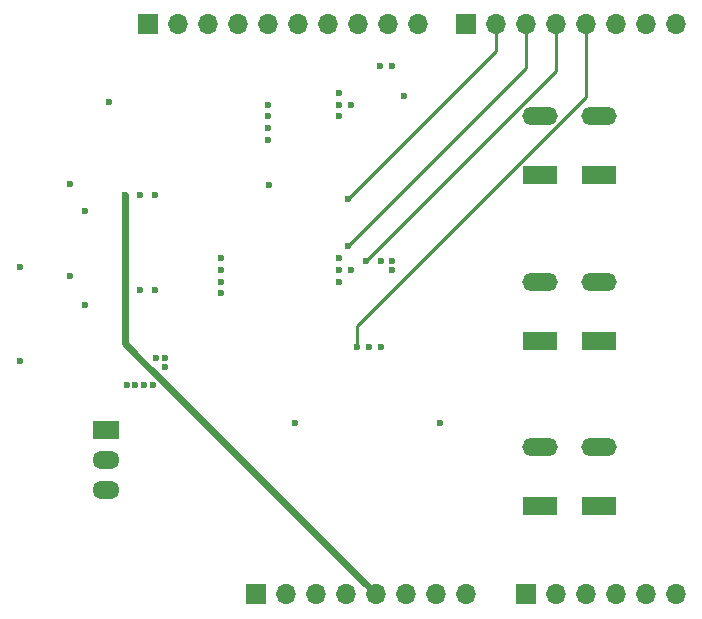
<source format=gbr>
G04 #@! TF.GenerationSoftware,KiCad,Pcbnew,8.0.8+1*
G04 #@! TF.CreationDate,2025-03-25T20:28:42+00:00*
G04 #@! TF.ProjectId,dc_shield,64635f73-6869-4656-9c64-2e6b69636164,rev?*
G04 #@! TF.SameCoordinates,Original*
G04 #@! TF.FileFunction,Copper,L3,Inr*
G04 #@! TF.FilePolarity,Positive*
%FSLAX46Y46*%
G04 Gerber Fmt 4.6, Leading zero omitted, Abs format (unit mm)*
G04 Created by KiCad (PCBNEW 8.0.8+1) date 2025-03-25 20:28:42*
%MOMM*%
%LPD*%
G01*
G04 APERTURE LIST*
G04 #@! TA.AperFunction,ComponentPad*
%ADD10R,1.700000X1.700000*%
G04 #@! TD*
G04 #@! TA.AperFunction,ComponentPad*
%ADD11O,1.700000X1.700000*%
G04 #@! TD*
G04 #@! TA.AperFunction,ComponentPad*
%ADD12R,3.000000X1.500000*%
G04 #@! TD*
G04 #@! TA.AperFunction,ComponentPad*
%ADD13O,3.000000X1.500000*%
G04 #@! TD*
G04 #@! TA.AperFunction,ComponentPad*
%ADD14R,2.300000X1.500000*%
G04 #@! TD*
G04 #@! TA.AperFunction,ComponentPad*
%ADD15O,2.300000X1.500000*%
G04 #@! TD*
G04 #@! TA.AperFunction,ViaPad*
%ADD16C,0.600000*%
G04 #@! TD*
G04 #@! TA.AperFunction,Conductor*
%ADD17C,0.600000*%
G04 #@! TD*
G04 #@! TA.AperFunction,Conductor*
%ADD18C,0.250000*%
G04 #@! TD*
G04 APERTURE END LIST*
D10*
X127940000Y-97460000D03*
D11*
X130480000Y-97460000D03*
X133020000Y-97460000D03*
X135560000Y-97460000D03*
X138100000Y-97460000D03*
X140640000Y-97460000D03*
X143180000Y-97460000D03*
X145720000Y-97460000D03*
D10*
X150800000Y-97460000D03*
D11*
X153340000Y-97460000D03*
X155880000Y-97460000D03*
X158420000Y-97460000D03*
X160960000Y-97460000D03*
X163500000Y-97460000D03*
D10*
X118796000Y-49200000D03*
D11*
X121336000Y-49200000D03*
X123876000Y-49200000D03*
X126416000Y-49200000D03*
X128956000Y-49200000D03*
X131496000Y-49200000D03*
X134036000Y-49200000D03*
X136576000Y-49200000D03*
X139116000Y-49200000D03*
X141656000Y-49200000D03*
D10*
X145720000Y-49200000D03*
D11*
X148260000Y-49200000D03*
X150800000Y-49200000D03*
X153340000Y-49200000D03*
X155880000Y-49200000D03*
X158420000Y-49200000D03*
X160960000Y-49200000D03*
X163500000Y-49200000D03*
D12*
X152000000Y-62000000D03*
X157000000Y-62000000D03*
D13*
X152000000Y-57000000D03*
X157000000Y-57000000D03*
D12*
X152000000Y-90000000D03*
X157000000Y-90000000D03*
D13*
X152000000Y-85000000D03*
X157000000Y-85000000D03*
D12*
X152000000Y-76000000D03*
X157000000Y-76000000D03*
D13*
X152000000Y-71000000D03*
X157000000Y-71000000D03*
D14*
X115292500Y-83553000D03*
D15*
X115292500Y-86093000D03*
X115292500Y-88633000D03*
D16*
X117750000Y-79750000D03*
X135000000Y-71000000D03*
X125000000Y-70000000D03*
X135000000Y-57000000D03*
X135000000Y-70000000D03*
X129000000Y-57000000D03*
X125000000Y-71000000D03*
X135000000Y-69000000D03*
X129000000Y-59000000D03*
X125000000Y-69000000D03*
X125000000Y-72000000D03*
X120250000Y-77500000D03*
X136000000Y-70000000D03*
X119500000Y-77500000D03*
X118500000Y-79750000D03*
X129000000Y-56000000D03*
X120250000Y-78250000D03*
X135000000Y-56000000D03*
X129000000Y-58000000D03*
X136000000Y-56000000D03*
X135000000Y-55000000D03*
X117000000Y-79750000D03*
X119250000Y-79750000D03*
X116840000Y-71700000D03*
X116840000Y-63640000D03*
X108000000Y-77750000D03*
X108000000Y-69750000D03*
X138500000Y-69250000D03*
X138484942Y-52765058D03*
X139500000Y-70050003D03*
X139500000Y-52750000D03*
X139500000Y-69250000D03*
X135750000Y-63975000D03*
X135750000Y-68000000D03*
X136500000Y-76500000D03*
X137500000Y-76500000D03*
X115500000Y-55750000D03*
X129050000Y-62800000D03*
X131250000Y-83000000D03*
X143500000Y-82975000D03*
X138500000Y-76500000D03*
X140500000Y-55250000D03*
X137250000Y-69250000D03*
X119400000Y-71700000D03*
X113500000Y-73000000D03*
X119390000Y-63630000D03*
X113500000Y-65000000D03*
X112250000Y-70500000D03*
X118100000Y-71700000D03*
X112250000Y-62750000D03*
X118110000Y-63630000D03*
D17*
X116840000Y-71700000D02*
X116840000Y-63640000D01*
X116840000Y-76200000D02*
X117820000Y-77180000D01*
X116840000Y-71700000D02*
X116840000Y-76200000D01*
X117820000Y-77180000D02*
X138100000Y-97460000D01*
D18*
X135775000Y-63975000D02*
X148260000Y-51490000D01*
X148260000Y-51490000D02*
X148260000Y-49200000D01*
X135750000Y-63975000D02*
X135775000Y-63975000D01*
X135750000Y-68000000D02*
X150800000Y-52950000D01*
X150800000Y-52950000D02*
X150800000Y-49200000D01*
X155880000Y-55390280D02*
X155880000Y-49200000D01*
X136500000Y-74770280D02*
X155880000Y-55390280D01*
X136500000Y-76500000D02*
X136500000Y-74770280D01*
X137250000Y-69250000D02*
X153340000Y-53160000D01*
X153340000Y-53160000D02*
X153340000Y-49200000D01*
M02*

</source>
